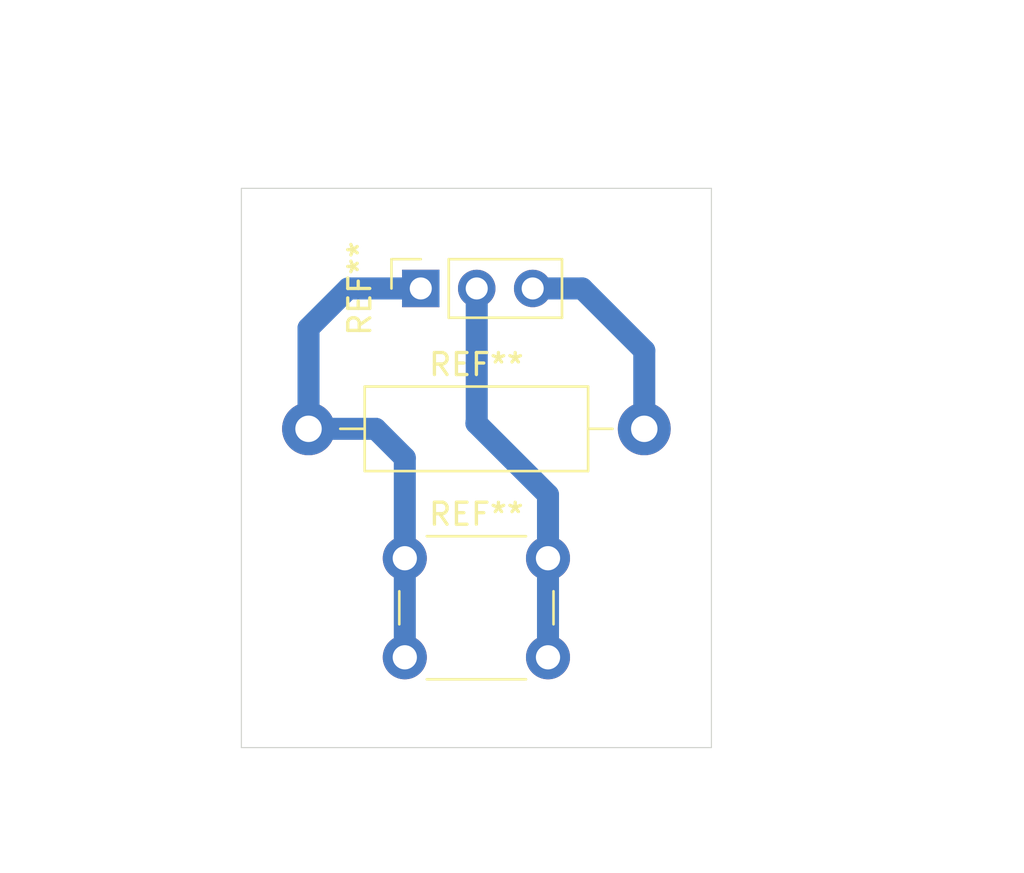
<source format=kicad_pcb>
(kicad_pcb (version 20211014) (generator pcbnew)
  (layers (0 "F.Cu" signal) (31 "B.Cu" signal) (34 "B.Paste" user) (35 "F.Paste" user) (36 "B.SilkS" user "B.Silkscreen") (37 "F.SilkS" user "F.Silkscreen") (38 "B.Mask" user) (39 "F.Mask" user) (44 "Edge.Cuts" user))
  (net 0 "")
  (footprint "Connector_PinSocket_2.54mm:PinSocket_1x03_P2.54mm_Vertical" (layer "F.Cu") (at 130.063 60.427 90)
    (fp_text reference "REF**" (at 0 -2.77 90) (layer "F.SilkS"))
    (fp_text value "PinSocket_1x03_P2.54mm_Vertical")
    (fp_line (start 1.33 -1.33) (end 1.33 0) (layer "F.SilkS") (width 0.12))
    (fp_line (start -1.33 1.27) (end 1.33 1.27) (layer "F.SilkS") (width 0.12))
    (fp_line (start 0 -1.33) (end 1.33 -1.33) (layer "F.SilkS") (width 0.12))
    (fp_line (start -1.33 6.41) (end 1.33 6.41) (layer "F.SilkS") (width 0.12))
    (fp_line (start 1.33 1.27) (end 1.33 6.41) (layer "F.SilkS") (width 0.12))
    (fp_line (start -1.33 1.27) (end -1.33 6.41) (layer "F.SilkS") (width 0.12))
    (pad "1" thru_hole rect (at 0 0 90) (size 1.7 1.7) (drill 1) (layers *.Cu *.Mask))
    (pad "2" thru_hole oval (at 0 2.54 90) (size 1.7 1.7) (drill 1) (layers *.Cu *.Mask))
    (pad "3" thru_hole oval (at 0 5.08 90) (size 1.7 1.7) (drill 1) (layers *.Cu *.Mask))
  )
  (footprint "Resistor_THT:R_Axial_DIN0411_L9.9mm_D3.6mm_P15.24mm_Horizontal" (layer "F.Cu") (at 124.968 66.802)
    (fp_text reference "REF**" (at 7.62 -2.92) (layer "F.SilkS"))
    (fp_text value "R_Axial_DIN0411_L9.9mm_D3.6mm_P15.24mm_Horizontal")
    (fp_line (start 13.8 0) (end 12.69 0) (layer "F.SilkS") (width 0.12))
    (fp_line (start 12.69 -1.92) (end 2.55 -1.92) (layer "F.SilkS") (width 0.12))
    (fp_line (start 12.69 1.92) (end 12.69 -1.92) (layer "F.SilkS") (width 0.12))
    (fp_line (start 1.44 0) (end 2.55 0) (layer "F.SilkS") (width 0.12))
    (fp_line (start 2.55 -1.92) (end 2.55 1.92) (layer "F.SilkS") (width 0.12))
    (fp_line (start 2.55 1.92) (end 12.69 1.92) (layer "F.SilkS") (width 0.12))
    (pad "1" thru_hole circle (at 0 0) (size 2.4 2.4) (drill 1.2) (layers *.Cu *.Mask))
    (pad "2" thru_hole oval (at 15.24 0) (size 2.4 2.4) (drill 1.2) (layers *.Cu *.Mask))
  )
  (footprint "Button_Switch_THT:SW_PUSH_6mm_H7.3mm" (layer "F.Cu") (at 129.338 72.68)
    (fp_text reference "REF**" (at 3.25 -2) (layer "F.SilkS"))
    (fp_text value "SW_PUSH_6mm_H7.3mm")
    (fp_line (start 1 5.5) (end 5.5 5.5) (layer "F.SilkS") (width 0.12))
    (fp_line (start 5.5 -1) (end 1 -1) (layer "F.SilkS") (width 0.12))
    (fp_line (start 6.75 3) (end 6.75 1.5) (layer "F.SilkS") (width 0.12))
    (fp_line (start -0.25 1.5) (end -0.25 3) (layer "F.SilkS") (width 0.12))
    (pad "1" thru_hole circle (at 6.5 0 90) (size 2 2) (drill 1.1) (layers *.Cu *.Mask))
    (pad "1" thru_hole circle (at 0 0 90) (size 2 2) (drill 1.1) (layers *.Cu *.Mask))
    (pad "2" thru_hole circle (at 0 4.5 90) (size 2 2) (drill 1.1) (layers *.Cu *.Mask))
    (pad "2" thru_hole circle (at 6.5 4.5 90) (size 2 2) (drill 1.1) (layers *.Cu *.Mask))
  )
  (gr_line (start 143.256 55.88) (end 143.256 81.28) (layer "Edge.Cuts") (width 0.05))
  (gr_line (start 121.92 81.28) (end 121.92 55.88) (layer "Edge.Cuts") (width 0.05))
  (gr_line (start 143.256 81.28) (end 121.92 81.28) (layer "Edge.Cuts") (width 0.05))
  (gr_line (start 121.92 55.88) (end 143.256 55.88) (layer "Edge.Cuts") (width 0.05))
  (segment (start 137.389 60.427) (end 135.143 60.427) (width 1) (layer "B.Cu") (net 0))
  (segment (start 132.588 66.548) (end 132.603 66.533) (width 1) (layer "B.Cu") (net 0))
  (segment (start 135.838 69.798) (end 132.588 66.548) (width 1) (layer "B.Cu") (net 0))
  (segment (start 132.603 66.533) (end 132.603 60.427) (width 1) (layer "B.Cu") (net 0))
  (segment (start 135.838 77.18) (end 135.838 72.68) (width 1) (layer "B.Cu") (net 0))
  (segment (start 140.208 66.802) (end 140.208 63.246) (width 1) (layer "B.Cu") (net 0))
  (segment (start 135.838 72.68) (end 135.838 69.798) (width 1) (layer "B.Cu") (net 0))
  (segment (start 129.338 77.18) (end 129.338 72.68) (width 1) (layer "B.Cu") (net 0))
  (segment (start 129.338 72.68) (end 129.338 68.124) (width 1) (layer "B.Cu") (net 0))
  (segment (start 128.016 66.802) (end 124.968 66.802) (width 1) (layer "B.Cu") (net 0))
  (segment (start 140.208 63.246) (end 137.389 60.427) (width 1) (layer "B.Cu") (net 0))
  (segment (start 126.771 60.427) (end 130.063 60.427) (width 1) (layer "B.Cu") (net 0))
  (segment (start 129.338 68.124) (end 128.016 66.802) (width 1) (layer "B.Cu") (net 0))
  (segment (start 124.968 66.802) (end 124.968 62.23) (width 1) (layer "B.Cu") (net 0))
  (segment (start 124.968 62.23) (end 126.771 60.427) (width 1) (layer "B.Cu") (net 0))
)
</source>
